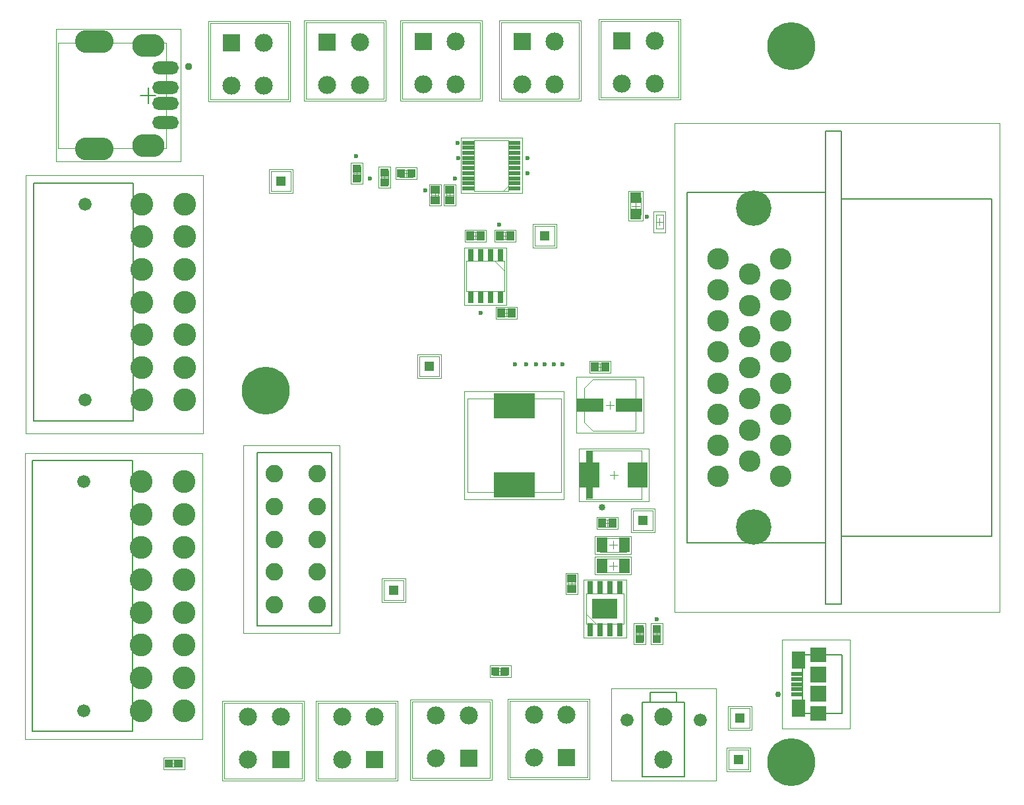
<source format=gts>
G04*
G04 #@! TF.GenerationSoftware,Altium Limited,Altium Designer,21.0.9 (235)*
G04*
G04 Layer_Color=8388736*
%FSLAX25Y25*%
%MOIN*%
G70*
G04*
G04 #@! TF.SameCoordinates,FB9C7817-38CD-48DC-A3D4-53DF82CEFDAB*
G04*
G04*
G04 #@! TF.FilePolarity,Negative*
G04*
G01*
G75*
%ADD10C,0.00787*%
%ADD11C,0.00394*%
%ADD14R,0.03765X0.24488*%
%ADD15C,0.00197*%
%ADD34R,0.03937X0.04331*%
%ADD35R,0.05315X0.05315*%
%ADD36R,0.05906X0.02165*%
%ADD37R,0.06890X0.08858*%
%ADD38R,0.08071X0.07677*%
%ADD39R,0.08071X0.08071*%
%ADD40R,0.13189X0.06890*%
%ADD41R,0.04134X0.04528*%
%ADD42R,0.20669X0.12992*%
%ADD43O,0.13386X0.06496*%
%ADD44R,0.04331X0.03937*%
%ADD45R,0.04528X0.04134*%
%ADD46R,0.05709X0.07677*%
%ADD47R,0.12795X0.10039*%
%ADD48R,0.03150X0.06594*%
%ADD49R,0.03150X0.06496*%
%ADD50R,0.06398X0.02362*%
%ADD51R,0.10236X0.12992*%
%ADD52C,0.09153*%
%ADD53R,0.09153X0.09153*%
%ADD54C,0.24213*%
%ADD55R,0.04921X0.04921*%
%ADD56C,0.06594*%
%ADD57C,0.11516*%
%ADD58C,0.10925*%
%ADD59C,0.17894*%
%ADD60C,0.08858*%
%ADD61O,0.16339X0.11614*%
%ADD62O,0.19488X0.11614*%
%ADD63C,0.02362*%
%ADD64C,0.02953*%
%ADD65C,0.03740*%
%ADD66C,0.03347*%
D10*
X294807Y45937D02*
Y50937D01*
X308193D01*
Y45937D02*
Y50937D01*
X294807Y45937D02*
X308193D01*
X290870Y8142D02*
Y45937D01*
Y8142D02*
X312130D01*
Y45937D01*
X290870D02*
X312130D01*
X371826Y40115D02*
Y70036D01*
X391708D01*
Y40115D02*
Y70036D01*
X371826Y40115D02*
X391708D01*
X33516Y188193D02*
Y308665D01*
X-16878Y188193D02*
X33516D01*
X-16878D02*
Y308665D01*
X33516D01*
X313504Y126673D02*
Y303839D01*
X383583D01*
Y126673D02*
Y303839D01*
X313504Y126673D02*
X383583D01*
Y95571D02*
Y126673D01*
Y95571D02*
X391457D01*
Y334941D01*
X383583D02*
X391457D01*
X383583Y303839D02*
Y334941D01*
X391457Y129823D02*
X467441D01*
Y300689D01*
X391457D02*
X467441D01*
X96025Y172130D02*
X133820D01*
Y84728D02*
Y172130D01*
X96025Y84728D02*
X133820D01*
X96025D02*
Y172130D01*
X-17421Y168127D02*
X32972D01*
X-17421Y31119D02*
Y168127D01*
Y31119D02*
X32972D01*
Y168127D01*
X37063Y353000D02*
X44937D01*
X41000Y349063D02*
Y356937D01*
D11*
X57445Y13130D02*
Y16870D01*
X50555Y13130D02*
Y16870D01*
Y13130D02*
X57445D01*
X50555Y16870D02*
X57445D01*
X215555Y59630D02*
Y63370D01*
X222445Y59630D02*
Y63370D01*
X215555D02*
X222445D01*
X215555Y59630D02*
X222445D01*
X263165Y8004D02*
Y46587D01*
X223795D02*
X263165D01*
X223795Y8004D02*
Y46587D01*
Y8004D02*
X263165D01*
X213665Y7658D02*
Y46240D01*
X174295D02*
X213665D01*
X174295Y7658D02*
Y46240D01*
Y7658D02*
X213665D01*
X166130Y7158D02*
Y45740D01*
X126760D02*
X166130D01*
X126760Y7158D02*
Y45740D01*
Y7158D02*
X166130D01*
X118665D02*
Y45740D01*
X79295D02*
X118665D01*
X79295Y7158D02*
Y45740D01*
Y7158D02*
X118665D01*
X290158Y292669D02*
Y301331D01*
X284842Y292669D02*
Y301331D01*
X290158D01*
X284842Y292669D02*
X290158D01*
X236500Y277000D02*
Y287000D01*
X246500D01*
Y277000D02*
Y287000D01*
X236500Y277000D02*
X246500D01*
X286000Y133000D02*
Y143000D01*
X296000D01*
Y133000D02*
Y143000D01*
X286000Y133000D02*
X296000D01*
X178000Y211000D02*
Y221000D01*
X188000D01*
Y211000D02*
Y221000D01*
X178000Y211000D02*
X188000D01*
X334500Y12000D02*
Y22000D01*
X344500D01*
Y12000D02*
Y22000D01*
X334500Y12000D02*
X344500D01*
X103000Y304500D02*
Y314500D01*
X113000D01*
Y304500D02*
Y314500D01*
X103000Y304500D02*
X113000D01*
X160000Y97500D02*
Y107500D01*
X170000D01*
Y97500D02*
Y107500D01*
X160000Y97500D02*
X170000D01*
X335000Y33000D02*
Y43000D01*
X345000D01*
Y33000D02*
Y43000D01*
X335000Y33000D02*
X345000D01*
X72335Y350913D02*
Y389496D01*
Y350913D02*
X111705D01*
Y389496D01*
X72335D02*
X111705D01*
X120835Y351260D02*
Y389843D01*
Y351260D02*
X160205D01*
Y389843D01*
X120835D02*
X160205D01*
X169335Y351413D02*
Y389996D01*
Y351413D02*
X208705D01*
Y389996D01*
X169335D02*
X208705D01*
X219335Y351413D02*
Y389996D01*
Y351413D02*
X258705D01*
Y389996D01*
X219335D02*
X258705D01*
X269870Y351913D02*
Y390496D01*
Y351913D02*
X309240D01*
Y390496D01*
X269870D02*
X309240D01*
X261445Y205025D02*
X265776Y209355D01*
X287429D01*
Y183371D02*
Y209355D01*
X265776Y183371D02*
X287429D01*
X261445Y187702D02*
X265776Y183371D01*
X261445Y187702D02*
Y205025D01*
X266055Y217370D02*
X272945D01*
X266055Y213630D02*
X272945D01*
X266055D02*
Y217370D01*
X272945Y213630D02*
Y217370D01*
X202378Y152378D02*
X249622D01*
Y199622D01*
X202378D02*
X249622D01*
X202378Y152378D02*
Y199622D01*
X50055Y326425D02*
Y379575D01*
X-4669D02*
X50055D01*
X-4669Y326425D02*
X50055D01*
X-4669D02*
Y379575D01*
X287567Y77055D02*
Y83945D01*
X291307Y77055D02*
Y83945D01*
X287567Y77055D02*
X291307D01*
X287567Y83945D02*
X291307D01*
X299870Y77055D02*
Y83945D01*
X296130Y77055D02*
Y83945D01*
X299870D01*
X296130Y77055D02*
X299870D01*
X253130Y102555D02*
Y109445D01*
X256870Y102555D02*
Y109445D01*
X253130Y102555D02*
X256870D01*
X253130Y109445D02*
X256870D01*
X282693Y121957D02*
Y129043D01*
X269307Y121957D02*
Y129043D01*
Y121957D02*
X282693D01*
X269307Y129043D02*
X282693D01*
Y111457D02*
Y118543D01*
X269307Y111457D02*
Y118543D01*
Y111457D02*
X282693D01*
X269307Y118543D02*
X282693D01*
X262291Y90512D02*
X267291Y85512D01*
X262291D02*
X281583D01*
Y100866D01*
X262291D02*
X281583D01*
X262291Y85512D02*
Y100866D01*
X269555Y138370D02*
X276445D01*
X269555Y134630D02*
X276445D01*
X269555D02*
Y138370D01*
X276445Y134630D02*
Y138370D01*
X301370Y285555D02*
Y292445D01*
X297630Y285555D02*
Y292445D01*
Y285555D02*
X301370D01*
X297630Y292445D02*
X301370D01*
X218055Y283870D02*
X224945D01*
X218055Y280130D02*
X224945D01*
X218055D02*
Y283870D01*
X224945Y280130D02*
Y283870D01*
X195370Y299055D02*
Y305945D01*
X191630Y299055D02*
Y305945D01*
X195370D01*
X191630Y299055D02*
X195370D01*
X187870D02*
Y305945D01*
X184130Y299055D02*
Y305945D01*
X187870D01*
X184130Y299055D02*
X187870D01*
X168055Y311630D02*
X174945D01*
X168055Y315370D02*
X174945D01*
Y311630D02*
Y315370D01*
X168055Y311630D02*
Y315370D01*
X218555Y244870D02*
X225445D01*
X218555Y241130D02*
X225445D01*
X218555D02*
Y244870D01*
X225445Y241130D02*
Y244870D01*
X216146Y269177D02*
X221146Y264177D01*
X201854Y269177D02*
X221146D01*
X201854Y253823D02*
Y269177D01*
Y253823D02*
X221146D01*
Y269177D01*
X220602Y304705D02*
X223161Y307264D01*
Y304705D02*
Y330295D01*
X205839D02*
X223161D01*
X205839Y304705D02*
Y330295D01*
Y304705D02*
X223161D01*
X203055Y283870D02*
X209945D01*
X203055Y280130D02*
X209945D01*
X203055D02*
Y283870D01*
X209945Y280130D02*
Y283870D01*
X162370Y308055D02*
Y314945D01*
X158630Y308055D02*
Y314945D01*
X162370D01*
X158630Y308055D02*
X162370D01*
X148370Y310055D02*
Y316945D01*
X144630Y310055D02*
Y316945D01*
X148370D01*
X144630Y310055D02*
X148370D01*
X262366Y173244D02*
X290358D01*
X262366Y148756D02*
X290358D01*
X262366D02*
Y173244D01*
X290358Y148756D02*
Y173244D01*
X52130Y15000D02*
X55870D01*
X54000Y13130D02*
Y16870D01*
X217130Y61500D02*
X220870D01*
X219000Y59630D02*
Y63370D01*
X285531Y297000D02*
X289469D01*
X287500Y295031D02*
Y298969D01*
X275024Y6173D02*
Y52905D01*
Y6173D02*
X327976D01*
Y52905D01*
X275024D02*
X327976D01*
X361346Y32635D02*
Y77517D01*
X395645D01*
Y32635D02*
Y77517D01*
X361346Y32635D02*
X395645D01*
X68902Y181894D02*
Y312602D01*
X-20815Y181894D02*
X68902D01*
X-20815D02*
Y312602D01*
X68902D01*
X307205Y91634D02*
Y338878D01*
X471378D01*
Y91634D02*
Y338878D01*
X307205Y91634D02*
X471378D01*
X272468Y196363D02*
X276406D01*
X274437Y194395D02*
Y198332D01*
X269500Y213630D02*
Y217370D01*
X267630Y215500D02*
X271370D01*
X89135Y176067D02*
X137758D01*
X89135Y80791D02*
Y176067D01*
Y80791D02*
X137758D01*
Y176067D01*
X-21358Y172064D02*
X68358D01*
X-21358Y27182D02*
Y172064D01*
Y27182D02*
X68358D01*
Y172064D01*
X287567Y80500D02*
X291307D01*
X289437Y78630D02*
Y82370D01*
X296130Y80500D02*
X299870D01*
X298000Y78630D02*
Y82370D01*
X253130Y106000D02*
X256870D01*
X255000Y104130D02*
Y107870D01*
X274031Y125500D02*
X277969D01*
X276000Y123531D02*
Y127469D01*
X274031Y115000D02*
X277969D01*
X276000Y113031D02*
Y116969D01*
X273000Y134630D02*
Y138370D01*
X271130Y136500D02*
X274870D01*
X297630Y289000D02*
X301370D01*
X299500Y287130D02*
Y290870D01*
X221500Y280130D02*
Y283870D01*
X219630Y282000D02*
X223370D01*
X191630Y302500D02*
X195370D01*
X193500Y300630D02*
Y304370D01*
X184130Y302500D02*
X187870D01*
X186000Y300630D02*
Y304370D01*
X171500Y311630D02*
Y315370D01*
X169630Y313500D02*
X173370D01*
X222000Y241130D02*
Y244870D01*
X220130Y243000D02*
X223870D01*
X206500Y280130D02*
Y283870D01*
X204630Y282000D02*
X208370D01*
X158630Y311500D02*
X162370D01*
X160500Y309630D02*
Y313370D01*
X144630Y313500D02*
X148370D01*
X146500Y311630D02*
Y315370D01*
X276362Y159031D02*
Y162969D01*
X274394Y161000D02*
X278331D01*
D14*
X264249D02*
D03*
D15*
X59315Y12047D02*
Y17953D01*
X48685Y12047D02*
Y17953D01*
Y12047D02*
X59315D01*
X48685Y17953D02*
X59315D01*
X213685Y58547D02*
Y64453D01*
X224315Y58547D02*
Y64453D01*
X213685D02*
X224315D01*
X213685Y58547D02*
X224315D01*
X264150Y7020D02*
Y47571D01*
X222811D02*
X264150D01*
X222811Y7020D02*
Y47571D01*
Y7020D02*
X264150D01*
X214650Y6673D02*
Y47224D01*
X173311D02*
X214650D01*
X173311Y6673D02*
Y47224D01*
Y6673D02*
X214650D01*
X167114Y6173D02*
Y46724D01*
X125776D02*
X167114D01*
X125776Y6173D02*
Y46724D01*
Y6173D02*
X167114D01*
X119650D02*
Y46724D01*
X78311D02*
X119650D01*
X78311Y6173D02*
Y46724D01*
Y6173D02*
X119650D01*
X291240Y289500D02*
Y304500D01*
X283760Y289500D02*
Y304500D01*
X291240D01*
X283760Y289500D02*
X291240D01*
X235516Y276016D02*
Y287984D01*
X247484D01*
Y276016D02*
Y287984D01*
X235516Y276016D02*
X247484D01*
X285016Y132016D02*
Y143984D01*
X296984D01*
Y132016D02*
Y143984D01*
X285016Y132016D02*
X296984D01*
X177016Y210016D02*
Y221984D01*
X188984D01*
Y210016D02*
Y221984D01*
X177016Y210016D02*
X188984D01*
X333516Y11016D02*
Y22984D01*
X345484D01*
Y11016D02*
Y22984D01*
X333516Y11016D02*
X345484D01*
X102016Y303516D02*
Y315484D01*
X113984D01*
Y303516D02*
Y315484D01*
X102016Y303516D02*
X113984D01*
X159016Y96516D02*
Y108484D01*
X170984D01*
Y96516D02*
Y108484D01*
X159016Y96516D02*
X170984D01*
X334016Y32016D02*
Y43984D01*
X345984D01*
Y32016D02*
Y43984D01*
X334016Y32016D02*
X345984D01*
X71350Y349929D02*
Y390480D01*
Y349929D02*
X112689D01*
Y390480D01*
X71350D02*
X112689D01*
X119850Y350276D02*
Y390827D01*
Y350276D02*
X161189D01*
Y390827D01*
X119850D02*
X161189D01*
X168350Y350429D02*
Y390980D01*
Y350429D02*
X209689D01*
Y390980D01*
X168350D02*
X209689D01*
X218350Y350429D02*
Y390980D01*
Y350429D02*
X259689D01*
Y390980D01*
X218350D02*
X259689D01*
X268886Y350929D02*
Y391480D01*
Y350929D02*
X310224D01*
Y391480D01*
X268886D02*
X310224D01*
X257508Y182190D02*
Y210537D01*
X291366Y182190D02*
Y210537D01*
X257508D02*
X291366D01*
X257508Y182190D02*
X291366D01*
X264185Y218453D02*
X274815D01*
X264185Y212547D02*
X274815D01*
X264185D02*
Y218453D01*
X274815Y212547D02*
Y218453D01*
X200803Y148736D02*
X251197D01*
Y203264D01*
X200803D02*
X251197D01*
X200803Y148736D02*
Y203264D01*
X-5457Y319535D02*
Y386465D01*
X57535D02*
X57535Y319535D01*
X-5457D02*
X57535D01*
X-5457Y386465D02*
X57535D01*
X286484Y75185D02*
Y85815D01*
X292390Y75185D02*
Y85815D01*
X286484Y75185D02*
X292390D01*
X286484Y85815D02*
X292390D01*
X300953Y75185D02*
Y85815D01*
X295047Y75185D02*
Y85815D01*
X300953D01*
X295047Y75185D02*
X300953D01*
X252047Y100685D02*
Y111315D01*
X257953Y100685D02*
Y111315D01*
X252047Y100685D02*
X257953D01*
X252047Y111315D02*
X257953D01*
X285252Y120972D02*
Y130028D01*
X266748Y120972D02*
Y130028D01*
Y120972D02*
X285252D01*
X266748Y130028D02*
X285252D01*
Y110472D02*
Y119528D01*
X266748Y110472D02*
Y119528D01*
Y110472D02*
X285252D01*
X266748Y119528D02*
X285252D01*
X261110Y78524D02*
X282764D01*
Y107854D01*
X261110D02*
X282764D01*
X261110Y78524D02*
Y107854D01*
X267685Y139453D02*
X278315D01*
X267685Y133547D02*
X278315D01*
X267685D02*
Y139453D01*
X278315Y133547D02*
Y139453D01*
X302453Y283685D02*
Y294315D01*
X296547Y283685D02*
Y294315D01*
Y283685D02*
X302453D01*
X296547Y294315D02*
X302453D01*
X216185Y284953D02*
X226815D01*
X216185Y279047D02*
X226815D01*
X216185D02*
Y284953D01*
X226815Y279047D02*
Y284953D01*
X196453Y297185D02*
Y307815D01*
X190547Y297185D02*
Y307815D01*
X196453D01*
X190547Y297185D02*
X196453D01*
X188953D02*
Y307815D01*
X183047Y297185D02*
Y307815D01*
X188953D01*
X183047Y297185D02*
X188953D01*
X166185Y310547D02*
X176815D01*
X166185Y316453D02*
X176815D01*
Y310547D02*
Y316453D01*
X166185Y310547D02*
Y316453D01*
X216685Y245953D02*
X227315D01*
X216685Y240047D02*
X227315D01*
X216685D02*
Y245953D01*
X227315Y240047D02*
Y245953D01*
X200870Y276067D02*
X222130D01*
X200870Y246933D02*
Y276067D01*
Y246933D02*
X222130D01*
Y276067D01*
X229953Y303524D02*
Y331476D01*
X199047D02*
X229953D01*
X199047Y303524D02*
Y331476D01*
Y303524D02*
X229953D01*
X201185Y284953D02*
X211815D01*
X201185Y279047D02*
X211815D01*
X201185D02*
Y284953D01*
X211815Y279047D02*
Y284953D01*
X163453Y306185D02*
Y316815D01*
X157547Y306185D02*
Y316815D01*
X163453D01*
X157547Y306185D02*
X163453D01*
X149453Y308185D02*
Y318815D01*
X143547Y308185D02*
Y318815D01*
X149453D01*
X143547Y308185D02*
X149453D01*
X258646Y174386D02*
X294079D01*
X258646Y147614D02*
X294079D01*
X258646D02*
Y174386D01*
X294079Y147614D02*
Y174386D01*
D34*
X56559Y15000D02*
D03*
X51441D02*
D03*
X216441Y61500D02*
D03*
X221559D02*
D03*
X174059Y313500D02*
D03*
X168941D02*
D03*
D35*
X287500Y301134D02*
D03*
Y292866D02*
D03*
D36*
X369172Y49957D02*
D03*
Y52517D02*
D03*
Y55076D02*
D03*
Y57635D02*
D03*
Y60194D02*
D03*
D37*
X369665Y42871D02*
D03*
Y67280D02*
D03*
D38*
X379700Y40115D02*
D03*
Y70036D02*
D03*
D39*
Y50351D02*
D03*
Y59800D02*
D03*
D40*
X264595Y196363D02*
D03*
X284279D02*
D03*
D41*
X266843Y215500D02*
D03*
X272158D02*
D03*
X270342Y136500D02*
D03*
X275658D02*
D03*
X218843Y282000D02*
D03*
X224158D02*
D03*
X219342Y243000D02*
D03*
X224658D02*
D03*
X203842Y282000D02*
D03*
X209157D02*
D03*
D42*
X226000Y196079D02*
D03*
Y155921D02*
D03*
D43*
X49937Y356937D02*
D03*
Y349063D02*
D03*
Y366779D02*
D03*
Y339220D02*
D03*
D44*
X289437Y77941D02*
D03*
Y83059D02*
D03*
X298000Y83059D02*
D03*
Y77941D02*
D03*
X160500Y314059D02*
D03*
Y308941D02*
D03*
X146500Y316059D02*
D03*
Y310941D02*
D03*
D45*
X255000Y103342D02*
D03*
Y108658D02*
D03*
X193500Y305157D02*
D03*
Y299843D02*
D03*
X186000Y305157D02*
D03*
Y299843D02*
D03*
D46*
X281709Y125500D02*
D03*
X270291D02*
D03*
X281709Y115000D02*
D03*
X270291D02*
D03*
D47*
X271937Y93189D02*
D03*
D48*
X264437Y103866D02*
D03*
X269437D02*
D03*
X274437D02*
D03*
X279437D02*
D03*
Y82512D02*
D03*
X274437D02*
D03*
X269437D02*
D03*
X264437D02*
D03*
D49*
X219000Y250870D02*
D03*
X214000D02*
D03*
X209000D02*
D03*
X204000D02*
D03*
Y272130D02*
D03*
X209000D02*
D03*
X214000D02*
D03*
X219000D02*
D03*
D50*
X202933Y305984D02*
D03*
Y308543D02*
D03*
Y311102D02*
D03*
Y313661D02*
D03*
Y316220D02*
D03*
Y318779D02*
D03*
Y321339D02*
D03*
Y323898D02*
D03*
Y326457D02*
D03*
Y329016D02*
D03*
X226067D02*
D03*
Y326457D02*
D03*
Y323898D02*
D03*
Y321339D02*
D03*
Y318779D02*
D03*
Y316220D02*
D03*
Y313661D02*
D03*
Y311102D02*
D03*
Y308543D02*
D03*
Y305984D02*
D03*
D51*
X264158Y161000D02*
D03*
X288567D02*
D03*
D52*
X236000Y39500D02*
D03*
Y17846D02*
D03*
X252535Y39500D02*
D03*
X186500Y39154D02*
D03*
Y17500D02*
D03*
X203035Y39154D02*
D03*
X138965Y38653D02*
D03*
Y17000D02*
D03*
X155500Y38653D02*
D03*
X91500D02*
D03*
Y17000D02*
D03*
X108035Y38653D02*
D03*
X301500D02*
D03*
Y17000D02*
D03*
X99500Y358000D02*
D03*
Y379654D02*
D03*
X82965Y358000D02*
D03*
X148000Y358347D02*
D03*
Y380000D02*
D03*
X131465Y358347D02*
D03*
X196500Y358500D02*
D03*
Y380153D02*
D03*
X179965Y358500D02*
D03*
X246500D02*
D03*
Y380153D02*
D03*
X229965Y358500D02*
D03*
X297035Y359000D02*
D03*
Y380654D02*
D03*
X280500Y359000D02*
D03*
D53*
X252535Y17846D02*
D03*
X203035Y17500D02*
D03*
X155500Y17000D02*
D03*
X108035D02*
D03*
X82965Y379654D02*
D03*
X131465Y380000D02*
D03*
X179965Y380153D02*
D03*
X229965D02*
D03*
X280500Y380654D02*
D03*
D54*
X100500Y203500D02*
D03*
X366142Y15748D02*
D03*
Y377953D02*
D03*
D55*
X241500Y282000D02*
D03*
X291000Y138000D02*
D03*
X183000Y216000D02*
D03*
X339500Y17000D02*
D03*
X108000Y309500D02*
D03*
X165000Y102500D02*
D03*
X340000Y38000D02*
D03*
D56*
X320004Y36843D02*
D03*
X282996D02*
D03*
X9106Y198823D02*
D03*
Y298035D02*
D03*
X8563Y41749D02*
D03*
Y157497D02*
D03*
D57*
X37846Y198823D02*
D03*
Y215358D02*
D03*
Y231894D02*
D03*
Y248429D02*
D03*
Y264965D02*
D03*
Y281500D02*
D03*
Y298035D02*
D03*
X59500Y198823D02*
D03*
Y215358D02*
D03*
Y231894D02*
D03*
Y248429D02*
D03*
Y264965D02*
D03*
Y281500D02*
D03*
Y298035D02*
D03*
X58957Y157497D02*
D03*
Y140961D02*
D03*
Y124426D02*
D03*
Y107890D02*
D03*
Y91355D02*
D03*
Y74819D02*
D03*
Y58284D02*
D03*
Y41749D02*
D03*
X37303Y157497D02*
D03*
Y140961D02*
D03*
Y124426D02*
D03*
Y107890D02*
D03*
Y91355D02*
D03*
Y74819D02*
D03*
Y58284D02*
D03*
Y41749D02*
D03*
D58*
X329252Y160138D02*
D03*
Y175886D02*
D03*
Y191634D02*
D03*
Y207382D02*
D03*
Y223130D02*
D03*
Y238878D02*
D03*
Y254626D02*
D03*
Y270374D02*
D03*
X345000Y168012D02*
D03*
Y183760D02*
D03*
Y199508D02*
D03*
Y215256D02*
D03*
Y231004D02*
D03*
Y246752D02*
D03*
Y262500D02*
D03*
X360748Y160138D02*
D03*
Y175886D02*
D03*
Y191634D02*
D03*
Y207382D02*
D03*
Y223130D02*
D03*
Y238878D02*
D03*
Y254626D02*
D03*
Y270374D02*
D03*
D59*
X346969Y134547D02*
D03*
Y295965D02*
D03*
D60*
X126537Y161500D02*
D03*
Y144965D02*
D03*
Y128429D02*
D03*
Y111894D02*
D03*
Y95358D02*
D03*
X104884Y161500D02*
D03*
Y144965D02*
D03*
Y128429D02*
D03*
Y111894D02*
D03*
Y95358D02*
D03*
D61*
X41000Y378394D02*
D03*
Y327606D02*
D03*
D62*
X13795Y380165D02*
D03*
Y325835D02*
D03*
D63*
X146074Y322426D02*
D03*
X195969Y310961D02*
D03*
X153061Y310939D02*
D03*
X232000Y217000D02*
D03*
X226500D02*
D03*
X250500D02*
D03*
X246000D02*
D03*
X241500D02*
D03*
X237000D02*
D03*
X298000Y88000D02*
D03*
X209000Y243000D02*
D03*
X232663Y313663D02*
D03*
X181000Y305000D02*
D03*
X218500Y287500D02*
D03*
X293000Y291500D02*
D03*
X197661Y321339D02*
D03*
X232663Y321337D02*
D03*
X197500Y329000D02*
D03*
D64*
X359293Y50106D02*
D03*
D65*
X61500Y367500D02*
D03*
D66*
X270342Y144443D02*
D03*
M02*

</source>
